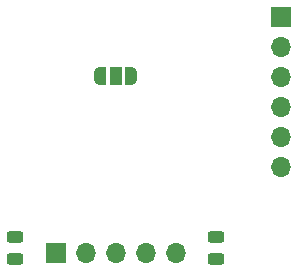
<source format=gbr>
G04 #@! TF.GenerationSoftware,KiCad,Pcbnew,7.0.6*
G04 #@! TF.CreationDate,2023-11-12T09:36:55+05:30*
G04 #@! TF.ProjectId,ESP32-Miner,45535033-322d-44d6-996e-65722e6b6963,rev?*
G04 #@! TF.SameCoordinates,Original*
G04 #@! TF.FileFunction,Soldermask,Bot*
G04 #@! TF.FilePolarity,Negative*
%FSLAX46Y46*%
G04 Gerber Fmt 4.6, Leading zero omitted, Abs format (unit mm)*
G04 Created by KiCad (PCBNEW 7.0.6) date 2023-11-12 09:36:55*
%MOMM*%
%LPD*%
G01*
G04 APERTURE LIST*
G04 Aperture macros list*
%AMRoundRect*
0 Rectangle with rounded corners*
0 $1 Rounding radius*
0 $2 $3 $4 $5 $6 $7 $8 $9 X,Y pos of 4 corners*
0 Add a 4 corners polygon primitive as box body*
4,1,4,$2,$3,$4,$5,$6,$7,$8,$9,$2,$3,0*
0 Add four circle primitives for the rounded corners*
1,1,$1+$1,$2,$3*
1,1,$1+$1,$4,$5*
1,1,$1+$1,$6,$7*
1,1,$1+$1,$8,$9*
0 Add four rect primitives between the rounded corners*
20,1,$1+$1,$2,$3,$4,$5,0*
20,1,$1+$1,$4,$5,$6,$7,0*
20,1,$1+$1,$6,$7,$8,$9,0*
20,1,$1+$1,$8,$9,$2,$3,0*%
%AMFreePoly0*
4,1,19,0.550000,-0.750000,0.000000,-0.750000,0.000000,-0.744911,-0.071157,-0.744911,-0.207708,-0.704816,-0.327430,-0.627875,-0.420627,-0.520320,-0.479746,-0.390866,-0.500000,-0.250000,-0.500000,0.250000,-0.479746,0.390866,-0.420627,0.520320,-0.327430,0.627875,-0.207708,0.704816,-0.071157,0.744911,0.000000,0.744911,0.000000,0.750000,0.550000,0.750000,0.550000,-0.750000,0.550000,-0.750000,
$1*%
%AMFreePoly1*
4,1,19,0.000000,0.744911,0.071157,0.744911,0.207708,0.704816,0.327430,0.627875,0.420627,0.520320,0.479746,0.390866,0.500000,0.250000,0.500000,-0.250000,0.479746,-0.390866,0.420627,-0.520320,0.327430,-0.627875,0.207708,-0.704816,0.071157,-0.744911,0.000000,-0.744911,0.000000,-0.750000,-0.550000,-0.750000,-0.550000,0.750000,0.000000,0.750000,0.000000,0.744911,0.000000,0.744911,
$1*%
G04 Aperture macros list end*
%ADD10R,1.700000X1.700000*%
%ADD11O,1.700000X1.700000*%
%ADD12RoundRect,0.243750X0.456250X-0.243750X0.456250X0.243750X-0.456250X0.243750X-0.456250X-0.243750X0*%
%ADD13FreePoly0,180.000000*%
%ADD14R,1.000000X1.500000*%
%ADD15FreePoly1,180.000000*%
G04 APERTURE END LIST*
D10*
G04 #@! TO.C,J1*
X136425000Y-101000000D03*
D11*
X138965000Y-101000000D03*
X141505000Y-101000000D03*
X144045000Y-101000000D03*
X146585000Y-101000000D03*
G04 #@! TD*
D10*
G04 #@! TO.C,J2*
X155500000Y-81000000D03*
D11*
X155500000Y-83540000D03*
X155500000Y-86080000D03*
X155500000Y-88620000D03*
X155500000Y-91160000D03*
X155500000Y-93700000D03*
G04 #@! TD*
D12*
G04 #@! TO.C,R4*
X133000000Y-101500000D03*
X133000000Y-99625000D03*
G04 #@! TD*
D13*
G04 #@! TO.C,JP1*
X142800000Y-86000000D03*
D14*
X141500000Y-86000000D03*
D15*
X140200000Y-86000000D03*
G04 #@! TD*
D12*
G04 #@! TO.C,R3*
X150000000Y-101500000D03*
X150000000Y-99625000D03*
G04 #@! TD*
M02*

</source>
